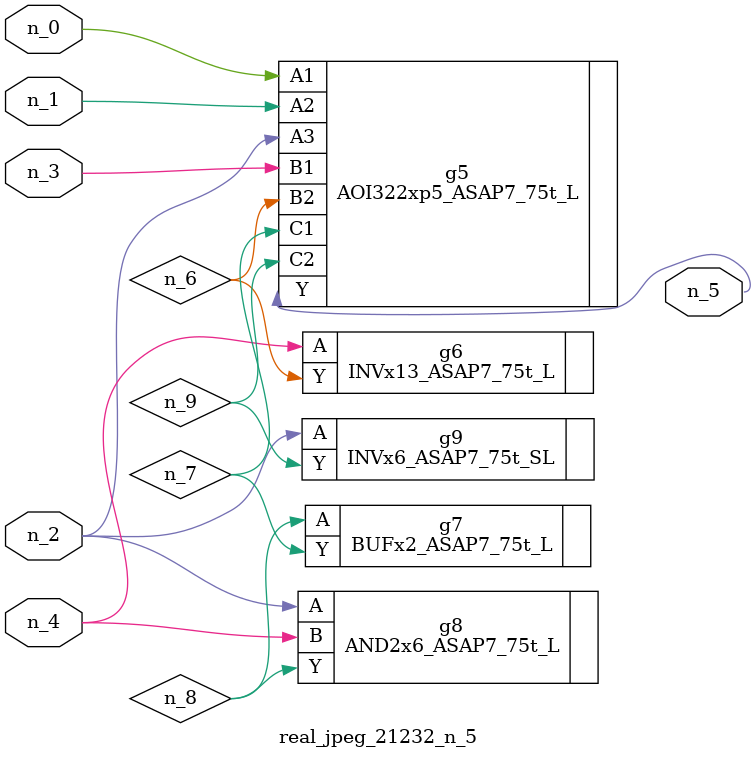
<source format=v>
module real_jpeg_21232_n_5 (n_4, n_0, n_1, n_2, n_3, n_5);

input n_4;
input n_0;
input n_1;
input n_2;
input n_3;

output n_5;

wire n_8;
wire n_6;
wire n_7;
wire n_9;

AOI322xp5_ASAP7_75t_L g5 ( 
.A1(n_0),
.A2(n_1),
.A3(n_2),
.B1(n_3),
.B2(n_6),
.C1(n_7),
.C2(n_9),
.Y(n_5)
);

AND2x6_ASAP7_75t_L g8 ( 
.A(n_2),
.B(n_4),
.Y(n_8)
);

INVx6_ASAP7_75t_SL g9 ( 
.A(n_2),
.Y(n_9)
);

INVx13_ASAP7_75t_L g6 ( 
.A(n_4),
.Y(n_6)
);

BUFx2_ASAP7_75t_L g7 ( 
.A(n_8),
.Y(n_7)
);


endmodule
</source>
